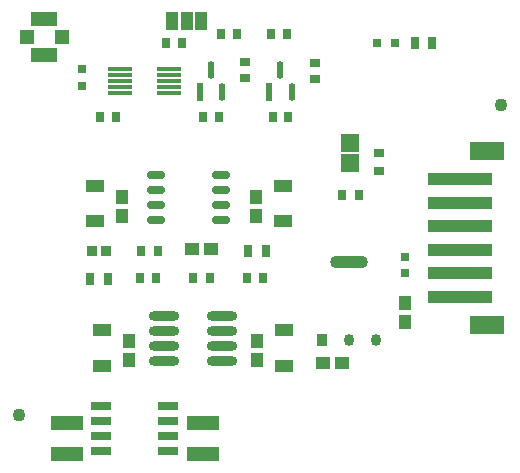
<source format=gtp>
G04*
G04 #@! TF.GenerationSoftware,Altium Limited,Altium Designer,24.10.1 (45)*
G04*
G04 Layer_Color=8421504*
%FSLAX44Y44*%
%MOMM*%
G71*
G04*
G04 #@! TF.SameCoordinates,6B000D5F-9EDF-4335-955B-AE7D421AE8B7*
G04*
G04*
G04 #@! TF.FilePolarity,Positive*
G04*
G01*
G75*
%ADD16R,0.7000X0.7000*%
G04:AMPARAMS|DCode=17|XSize=1.0043mm|YSize=3.1821mm|CornerRadius=0.4369mm|HoleSize=0mm|Usage=FLASHONLY|Rotation=90.000|XOffset=0mm|YOffset=0mm|HoleType=Round|Shape=RoundedRectangle|*
%AMROUNDEDRECTD17*
21,1,1.0043,2.3084,0,0,90.0*
21,1,0.1306,3.1821,0,0,90.0*
1,1,0.8737,1.1542,0.0653*
1,1,0.8737,1.1542,-0.0653*
1,1,0.8737,-1.1542,-0.0653*
1,1,0.8737,-1.1542,0.0653*
%
%ADD17ROUNDEDRECTD17*%
G04:AMPARAMS|DCode=18|XSize=1.0043mm|YSize=0.8721mm|CornerRadius=0.4361mm|HoleSize=0mm|Usage=FLASHONLY|Rotation=90.000|XOffset=0mm|YOffset=0mm|HoleType=Round|Shape=RoundedRectangle|*
%AMROUNDEDRECTD18*
21,1,1.0043,0.0000,0,0,90.0*
21,1,0.1322,0.8721,0,0,90.0*
1,1,0.8721,0.0000,0.0661*
1,1,0.8721,0.0000,-0.0661*
1,1,0.8721,0.0000,-0.0661*
1,1,0.8721,0.0000,0.0661*
%
%ADD18ROUNDEDRECTD18*%
%ADD19R,0.8721X1.0043*%
%ADD20C,1.1000*%
%ADD21R,1.0121X1.2084*%
%ADD22R,1.6000X1.0000*%
%ADD23R,0.6500X0.9000*%
%ADD24R,1.1000X1.6240*%
%ADD25R,3.0000X1.6000*%
%ADD26R,5.5000X1.0000*%
%ADD27O,2.1000X0.3800*%
%ADD28R,0.6587X0.8121*%
G04:AMPARAMS|DCode=29|XSize=0.75mm|YSize=1.75mm|CornerRadius=0.0988mm|HoleSize=0mm|Usage=FLASHONLY|Rotation=90.000|XOffset=0mm|YOffset=0mm|HoleType=Round|Shape=RoundedRectangle|*
%AMROUNDEDRECTD29*
21,1,0.7500,1.5525,0,0,90.0*
21,1,0.5525,1.7500,0,0,90.0*
1,1,0.1975,0.7763,0.2763*
1,1,0.1975,0.7763,-0.2763*
1,1,0.1975,-0.7763,-0.2763*
1,1,0.1975,-0.7763,0.2763*
%
%ADD29ROUNDEDRECTD29*%
%ADD30R,2.7000X1.2000*%
%ADD31R,0.9000X0.8000*%
%ADD32R,0.8000X0.9000*%
%ADD33R,1.2084X1.0121*%
%ADD34R,2.3000X1.2000*%
%ADD35R,1.2000X1.2000*%
%ADD36O,1.5500X0.7000*%
%ADD37R,0.8578X0.8621*%
%ADD38R,0.7500X1.0000*%
%ADD39R,1.5500X1.5500*%
%ADD40R,0.8121X0.6587*%
%ADD41R,0.5780X1.5242*%
G04:AMPARAMS|DCode=42|XSize=1.5242mm|YSize=0.578mm|CornerRadius=0.289mm|HoleSize=0mm|Usage=FLASHONLY|Rotation=90.000|XOffset=0mm|YOffset=0mm|HoleType=Round|Shape=RoundedRectangle|*
%AMROUNDEDRECTD42*
21,1,1.5242,0.0000,0,0,90.0*
21,1,0.9463,0.5780,0,0,90.0*
1,1,0.5780,0.0000,0.4731*
1,1,0.5780,0.0000,-0.4731*
1,1,0.5780,0.0000,-0.4731*
1,1,0.5780,0.0000,0.4731*
%
%ADD42ROUNDEDRECTD42*%
%ADD43R,0.8000X0.8000*%
%ADD44O,2.6000X0.8000*%
D16*
X398000Y184000D02*
D03*
Y170000D02*
D03*
X125250Y328750D02*
D03*
Y342750D02*
D03*
D17*
X350900Y179900D02*
D03*
D18*
X373800Y114000D02*
D03*
X350900D02*
D03*
D19*
X328000D02*
D03*
D20*
X479750Y312500D02*
D03*
X71500Y50500D02*
D03*
D21*
X159000Y235037D02*
D03*
Y219000D02*
D03*
X165000Y97000D02*
D03*
Y113038D02*
D03*
X398000Y128482D02*
D03*
Y144518D02*
D03*
X273000Y113019D02*
D03*
Y96981D02*
D03*
X272000Y235037D02*
D03*
Y219000D02*
D03*
D22*
X136000Y214000D02*
D03*
Y244000D02*
D03*
X296000Y122000D02*
D03*
Y92000D02*
D03*
X142000Y122000D02*
D03*
Y92000D02*
D03*
X295000Y244000D02*
D03*
Y214000D02*
D03*
D23*
X218750Y165750D02*
D03*
X233250D02*
D03*
X174750Y189000D02*
D03*
X189250D02*
D03*
D24*
X201000Y383750D02*
D03*
X213500D02*
D03*
X226000D02*
D03*
D25*
X467500Y274000D02*
D03*
Y126000D02*
D03*
D26*
X445000Y250000D02*
D03*
Y230000D02*
D03*
Y210000D02*
D03*
Y190000D02*
D03*
Y170000D02*
D03*
Y150000D02*
D03*
D27*
X199000Y323000D02*
D03*
Y328000D02*
D03*
Y333000D02*
D03*
Y338000D02*
D03*
Y343000D02*
D03*
X157000Y323000D02*
D03*
Y328000D02*
D03*
Y333000D02*
D03*
Y338000D02*
D03*
Y343000D02*
D03*
D28*
X195733Y365000D02*
D03*
X209267D02*
D03*
X153767Y302000D02*
D03*
X140233D02*
D03*
X285233Y373000D02*
D03*
X298767D02*
D03*
X255767D02*
D03*
X242233D02*
D03*
X286233Y302000D02*
D03*
X299767D02*
D03*
X227233D02*
D03*
X240767D02*
D03*
X264233Y166000D02*
D03*
X277767D02*
D03*
X174233D02*
D03*
X187767D02*
D03*
D29*
X197750Y19700D02*
D03*
Y32400D02*
D03*
Y45100D02*
D03*
Y57800D02*
D03*
X141250Y19700D02*
D03*
Y32400D02*
D03*
Y45100D02*
D03*
Y57800D02*
D03*
D30*
X227250Y43250D02*
D03*
Y17250D02*
D03*
X112250Y17000D02*
D03*
Y43000D02*
D03*
D31*
X376250Y256500D02*
D03*
Y271500D02*
D03*
D32*
X359750Y236000D02*
D03*
X344750D02*
D03*
D33*
X345037Y94000D02*
D03*
X329000D02*
D03*
X218231Y190250D02*
D03*
X234268D02*
D03*
D34*
X93000Y355250D02*
D03*
Y385250D02*
D03*
D35*
X78000Y370250D02*
D03*
X108000D02*
D03*
D36*
X188000Y253400D02*
D03*
Y240700D02*
D03*
Y228000D02*
D03*
Y215300D02*
D03*
X242500Y253400D02*
D03*
Y240700D02*
D03*
Y228000D02*
D03*
Y215300D02*
D03*
D37*
X145272Y189000D02*
D03*
X133228D02*
D03*
D38*
X147000Y165000D02*
D03*
X132000D02*
D03*
X265500Y189000D02*
D03*
X280500D02*
D03*
X421500Y365000D02*
D03*
X406500D02*
D03*
D39*
X351750Y280759D02*
D03*
Y263241D02*
D03*
D40*
X263000Y335233D02*
D03*
Y348767D02*
D03*
X322000Y334233D02*
D03*
Y347767D02*
D03*
D41*
X224500Y323796D02*
D03*
X283500Y323898D02*
D03*
D42*
X243500Y323796D02*
D03*
X234000Y342000D02*
D03*
X302500Y323898D02*
D03*
X293000Y342102D02*
D03*
D43*
X375000Y365000D02*
D03*
X390000D02*
D03*
D44*
X243260Y95621D02*
D03*
Y108321D02*
D03*
Y121021D02*
D03*
Y133721D02*
D03*
X194261Y95621D02*
D03*
Y108321D02*
D03*
Y121021D02*
D03*
Y133721D02*
D03*
M02*

</source>
